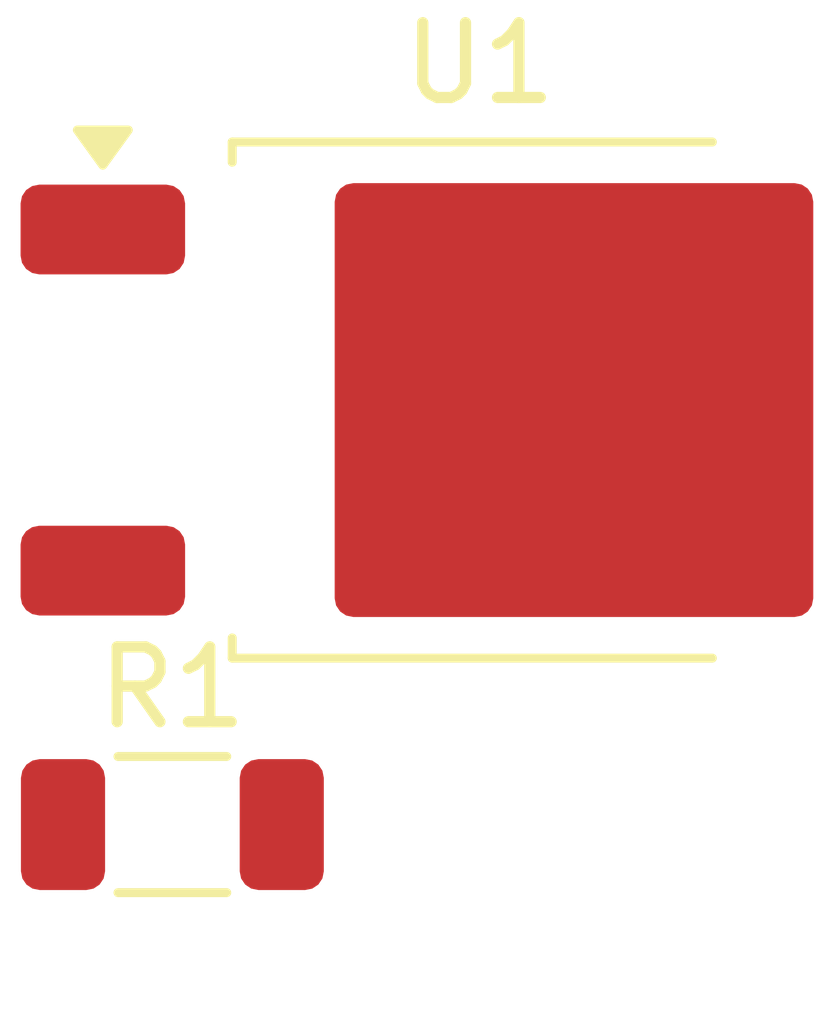
<source format=kicad_pcb>
(kicad_pcb (version 20241229) (generator "pcbnew") (generator_version "9.0")
  (layers (0 "F.Cu" signal) (2 "B.Cu" signal) (13 "F.Paste" user) (15 "B.Paste" user) (5 "F.SilkS" user "F.Silkscreen") (7 "B.SilkS" user "B.Silkscreen") (1 "F.Mask" user) (3 "B.Mask" user) (25 "Edge.Cuts" user))
  (net 0 "")
  (net 1 "Net-(U1-Anode)")
  (net 2 "GND")
  (net 3 "Net-(J1-Pin_1)")
  (footprint "HV_INDICATOR:TO-252-2" (layer "F.Cu") (at 138.56036 43.347)
    (property "Reference" "U1" (at 0 -4.5 0) (layer "F.SilkS"))
    (property "Value" "~")
    (fp_line (start -3.31 -3.45) (end -3.31 -3.18) (stroke (width 0.12)) (layer "F.SilkS"))
    (fp_line (start -3.31 3.45) (end -3.31 3.18) (stroke (width 0.12)) (layer "F.SilkS"))
    (fp_line (start 3.11 -3.45) (end -3.31 -3.45) (stroke (width 0.12)) (layer "F.SilkS"))
    (fp_line (start 3.11 3.45) (end -3.31 3.45) (stroke (width 0.12)) (layer "F.SilkS"))
    (fp_poly (pts (xy -5.04 -3.14) (xy -5.38 -3.61) (xy -4.7 -3.61)) (stroke (width 0.12)) (fill yes) (layer "F.SilkS"))
    (pad "1" smd roundrect (at -5.04 -2.28) (size 2.2 1.2) (layers "F.Cu" "F.Mask" "F.Paste") (roundrect_rratio 0.208333) (net 2 "GND"))
    (pad "2" smd roundrect (at 1.26 0) (size 6.4 5.8) (layers "F.Cu" "F.Mask") (roundrect_rratio 0.043103) (net 1 "Net-(U1-Anode)"))
    (pad "3" smd roundrect (at -5.04 2.28) (size 2.2 1.2) (layers "F.Cu" "F.Mask" "F.Paste") (roundrect_rratio 0.208333) (net 1 "Net-(U1-Anode)"))
  )
  (footprint "Resistor_SMD:R_1206_3216Metric" (layer "F.Cu") (at 134.45036 49.022)
    (property "Reference" "R1" (at 0 -1.83 0) (layer "F.SilkS"))
    (property "Value" "90")
    (fp_line (start -0.727064 -0.91) (end 0.727064 -0.91) (stroke (width 0.12)) (layer "F.SilkS"))
    (fp_line (start -0.727064 0.91) (end 0.727064 0.91) (stroke (width 0.12)) (layer "F.SilkS"))
    (pad "1" smd roundrect (at -1.4625 0) (size 1.125 1.75) (layers "F.Cu" "F.Mask" "F.Paste") (roundrect_rratio 0.222222) (net 1 "Net-(U1-Anode)"))
    (pad "2" smd roundrect (at 1.4625 0) (size 1.125 1.75) (layers "F.Cu" "F.Mask" "F.Paste") (roundrect_rratio 0.222222) (net 3 "Net-(J1-Pin_1)"))
  )
)
</source>
